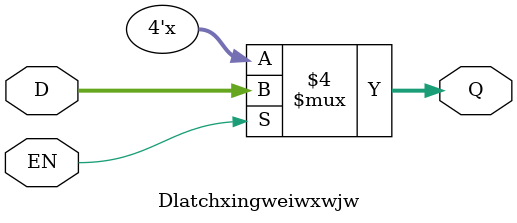
<source format=v>
module Dlatchxingweiwxwjw(EN,D,Q);
input EN;
input [4:1] D;
output [4:1] Q;
reg [4:1] Q;
always @(EN or D)
begin
if(EN==1)
Q=D;
else;
end
endmodule

</source>
